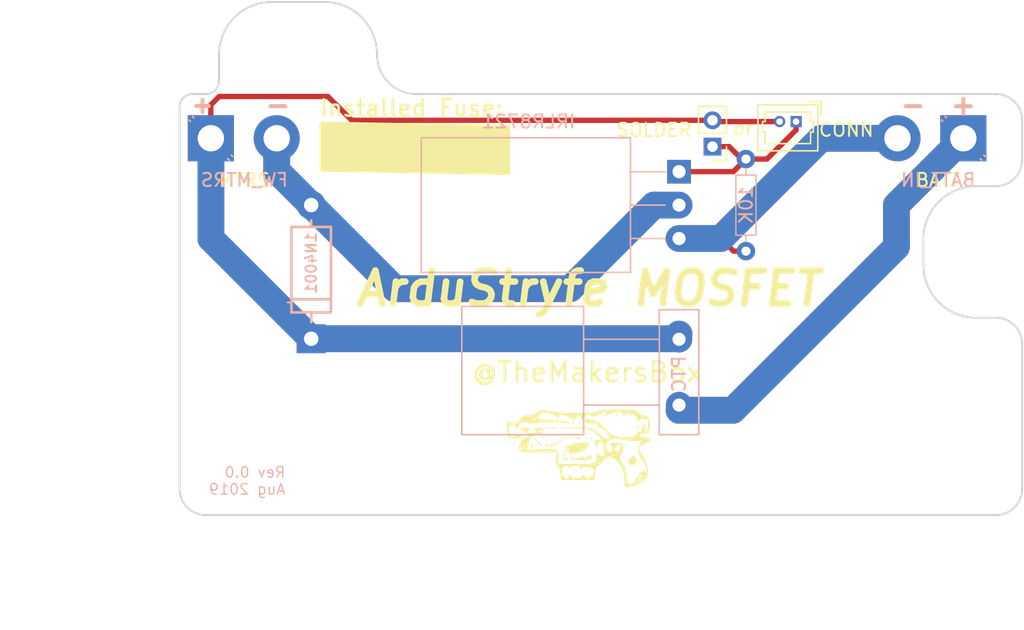
<source format=kicad_pcb>
(kicad_pcb (version 4) (host pcbnew 4.0.6)

  (general
    (links 12)
    (no_connects 0)
    (area 116.924999 75.924999 181.075001 115.075001)
    (thickness 1.6)
    (drawings 52)
    (tracks 61)
    (zones 0)
    (modules 11)
    (nets 6)
  )

  (page A4)
  (title_block
    (date "lun. 30 mars 2015")
  )

  (layers
    (0 F.Cu signal)
    (31 B.Cu signal)
    (32 B.Adhes user)
    (33 F.Adhes user)
    (34 B.Paste user)
    (35 F.Paste user)
    (36 B.SilkS user)
    (37 F.SilkS user)
    (38 B.Mask user)
    (39 F.Mask user)
    (40 Dwgs.User user)
    (41 Cmts.User user)
    (42 Eco1.User user)
    (43 Eco2.User user)
    (44 Edge.Cuts user)
    (45 Margin user)
    (46 B.CrtYd user)
    (47 F.CrtYd user)
    (48 B.Fab user hide)
    (49 F.Fab user hide)
  )

  (setup
    (last_trace_width 0.25)
    (user_trace_width 0.254)
    (user_trace_width 0.3048)
    (user_trace_width 0.4064)
    (user_trace_width 0.508)
    (user_trace_width 0.6096)
    (user_trace_width 0.9144)
    (user_trace_width 1.2)
    (user_trace_width 2.032)
    (trace_clearance 0.2)
    (zone_clearance 0.508)
    (zone_45_only no)
    (trace_min 0.2)
    (segment_width 0.15)
    (edge_width 0.15)
    (via_size 0.6)
    (via_drill 0.4)
    (via_min_size 0.4)
    (via_min_drill 0.3)
    (uvia_size 0.3)
    (uvia_drill 0.1)
    (uvias_allowed no)
    (uvia_min_size 0.2)
    (uvia_min_drill 0.1)
    (pcb_text_width 0.3)
    (pcb_text_size 1.5 1.5)
    (mod_edge_width 0.15)
    (mod_text_size 1 1)
    (mod_text_width 0.15)
    (pad_size 3.5 3.5)
    (pad_drill 2)
    (pad_to_mask_clearance 0)
    (aux_axis_origin 110.998 126.365)
    (visible_elements 7FFFFFEF)
    (pcbplotparams
      (layerselection 0x010f0_80000001)
      (usegerberextensions true)
      (excludeedgelayer true)
      (linewidth 0.100000)
      (plotframeref false)
      (viasonmask false)
      (mode 1)
      (useauxorigin false)
      (hpglpennumber 1)
      (hpglpenspeed 20)
      (hpglpendiameter 15)
      (hpglpenoverlay 2)
      (psnegative false)
      (psa4output false)
      (plotreference true)
      (plotvalue true)
      (plotinvisibletext false)
      (padsonsilk false)
      (subtractmaskfromsilk false)
      (outputformat 1)
      (mirror false)
      (drillshape 0)
      (scaleselection 1)
      (outputdirectory gerbers/))
  )

  (net 0 "")
  (net 1 GND)
  (net 2 "Net-(F1-Pad2)")
  (net 3 "Net-(D1-Pad2)")
  (net 4 "Net-(J1-Pad1)")
  (net 5 "Net-(D1-Pad1)")

  (net_class Default "This is the default net class."
    (clearance 0.2)
    (trace_width 0.25)
    (via_dia 0.6)
    (via_drill 0.4)
    (uvia_dia 0.3)
    (uvia_drill 0.1)
    (add_net GND)
    (add_net "Net-(D1-Pad1)")
    (add_net "Net-(D1-Pad2)")
    (add_net "Net-(F1-Pad2)")
    (add_net "Net-(J1-Pad1)")
  )

  (module footprints:Fuse_Littelfuse-LVR125 (layer B.Cu) (tedit 5D5DC9A2) (tstamp 5D001DA3)
    (at 154.94 104.14 270)
    (descr "Littelfuse, resettable fuse, PTC, polyswitch LVR125, Ih 1.25A, http://www.littelfuse.com/~/media/electronics/datasheets/resettable_ptcs/littelfuse_ptc_lvr_catalog_datasheet.pdf.pdf")
    (tags "LVR125 PTC resettable polyswitch ")
    (path /5CFFD544)
    (fp_text reference F1 (at -5 0 270) (layer B.SilkS) hide
      (effects (font (size 1 1) (thickness 0.15)) (justify mirror))
    )
    (fp_text value PTC (at 0.127 0 270) (layer B.SilkS)
      (effects (font (size 1 1) (thickness 0.15)) (justify mirror))
    )
    (fp_line (start 2.5 3.5) (end 2.5 7.25) (layer B.SilkS) (width 0.12))
    (fp_line (start -2.5 3.5) (end -2.5 7.25) (layer B.SilkS) (width 0.12))
    (fp_line (start -5 7.25) (end 4.75 7.25) (layer B.SilkS) (width 0.12))
    (fp_line (start 4.75 7.25) (end 4.75 16.5) (layer B.SilkS) (width 0.12))
    (fp_line (start 4.75 16.5) (end -5 16.5) (layer B.SilkS) (width 0.12))
    (fp_line (start -5 16.5) (end -5 7.25) (layer B.SilkS) (width 0.12))
    (fp_line (start 2.5 1.5) (end 2.5 3.5) (layer B.SilkS) (width 0.12))
    (fp_line (start -2.5 1.5) (end -2.5 3.5) (layer B.SilkS) (width 0.12))
    (fp_line (start -4.75 -1.5) (end 4.75 -1.5) (layer B.SilkS) (width 0.12))
    (fp_line (start 4.75 1.5) (end -4.75 1.5) (layer B.SilkS) (width 0.12))
    (fp_line (start -4.75 -1.5) (end -4.75 1.5) (layer B.SilkS) (width 0.12))
    (fp_line (start 4.75 1.5) (end 4.75 -1.5) (layer B.SilkS) (width 0.12))
    (fp_text user %R (at -5 0 270) (layer B.Fab)
      (effects (font (size 1 1) (thickness 0.15)) (justify mirror))
    )
    (pad 1 thru_hole circle (at -2.5 0 270) (size 2 2) (drill 1) (layers *.Cu *.Mask)
      (net 5 "Net-(D1-Pad1)"))
    (pad 2 thru_hole circle (at 2.5 0 270) (size 2 2) (drill 1) (layers *.Cu *.Mask)
      (net 2 "Net-(F1-Pad2)"))
    (model ${KISYS3DMOD}/Fuse_Holders_and_Fuses.3dshapes/Fuse_Littelfuse-LVR125.wrl
      (at (xyz 0 0 0))
      (scale (xyz 1 1 1))
      (rotate (xyz 0 0 0))
    )
  )

  (module Terminal_no_silk (layer B.Cu) (tedit 5D5DB0BA) (tstamp 5CFEEB59)
    (at 176.53 86.36 180)
    (descr "Terminal Block Phoenix PT-1,5-2-5.0-H, 2 pins, pitch 5mm, size 10x9mm^2, drill diamater 1.3mm, pad diameter 2.6mm, see http://www.mouser.com/ds/2/324/ItemDetail_1935161-922578.pdf, script-generated using https://github.com/pointhi/kicad-footprint-generator/scripts/TerminalBlock_Phoenix")
    (tags "THT Terminal Block Phoenix PT-1,5-2-5.0-H pitch 5mm size 10x9mm^2 drill 1.3mm pad 2.6mm")
    (path /5CE59139)
    (fp_text reference J2 (at 2 -3 180) (layer B.SilkS) hide
      (effects (font (size 1 1) (thickness 0.15)) (justify mirror))
    )
    (fp_text value BATT_IN (at 1.905 -3.175 180) (layer B.SilkS)
      (effects (font (size 1 1) (thickness 0.15)) (justify mirror))
    )
    (fp_circle (center 0 0) (end 2 0) (layer B.Fab) (width 0.1))
    (fp_circle (center 5 0) (end 7 0) (layer B.Fab) (width 0.1))
    (fp_line (start 1.517 1.273) (end -1.273 -1.517) (layer B.Fab) (width 0.1))
    (fp_line (start 1.273 1.517) (end -1.517 -1.273) (layer B.Fab) (width 0.1))
    (fp_line (start 1.654 1.388) (end 1.547 1.281) (layer B.SilkS) (width 0.12))
    (fp_line (start -1.282 -1.547) (end -1.388 -1.654) (layer B.SilkS) (width 0.12))
    (fp_line (start 1.388 1.654) (end 1.281 1.547) (layer B.SilkS) (width 0.12))
    (fp_line (start -1.548 -1.281) (end -1.654 -1.388) (layer B.SilkS) (width 0.12))
    (fp_line (start 6.517 1.273) (end 3.728 -1.517) (layer B.Fab) (width 0.1))
    (fp_line (start 6.273 1.517) (end 3.484 -1.273) (layer B.Fab) (width 0.1))
    (fp_line (start -3 4.5) (end -3 -5.5) (layer B.CrtYd) (width 0.05))
    (fp_line (start -3 -5.5) (end 8 -5.5) (layer B.CrtYd) (width 0.05))
    (fp_line (start 8 -5.5) (end 8 4.5) (layer B.CrtYd) (width 0.05))
    (fp_line (start 8 4.5) (end -3 4.5) (layer B.CrtYd) (width 0.05))
    (fp_text user %R (at 2.5 -2.9 180) (layer B.Fab)
      (effects (font (size 1 1) (thickness 0.15)) (justify mirror))
    )
    (pad 1 thru_hole rect (at 0 0 180) (size 3.5 3.5) (drill 2) (layers *.Cu *.Mask)
      (net 2 "Net-(F1-Pad2)"))
    (pad 2 thru_hole circle (at 5 0 180) (size 3.5 3.5) (drill 2) (layers *.Cu *.Mask)
      (net 1 GND))
    (model ${KISYS3DMOD}/TerminalBlock_Phoenix.3dshapes/TerminalBlock_Phoenix_PT-1,5-2-5.0-H_1x02_P5.00mm_Horizontal.wrl
      (at (xyz 0 0 0))
      (scale (xyz 1 1 1))
      (rotate (xyz 0 0 0))
    )
  )

  (module footprints:Molex_PicoBlade_53047-0210_02x1.25mm_Straight (layer F.Cu) (tedit 5D5DBEBC) (tstamp 5D10520B)
    (at 163.83 85.09 180)
    (descr "Molex PicoBlade, single row, top entry type, through hole, PN:53047-0210")
    (tags "connector molex picoblade")
    (path /5D105A3F)
    (fp_text reference J1 (at 0.625 2.5 180) (layer F.SilkS) hide
      (effects (font (size 1 1) (thickness 0.15)))
    )
    (fp_text value CONN (at -3.81 -0.635 180) (layer F.SilkS)
      (effects (font (size 1 1) (thickness 0.15)))
    )
    (fp_line (start -2 -2.55) (end -2 1.6) (layer F.CrtYd) (width 0.05))
    (fp_line (start -2 1.6) (end 3.25 1.6) (layer F.CrtYd) (width 0.05))
    (fp_line (start 3.25 1.6) (end 3.25 -2.55) (layer F.CrtYd) (width 0.05))
    (fp_line (start 3.25 -2.55) (end -2 -2.55) (layer F.CrtYd) (width 0.05))
    (fp_line (start -1.5 -2.075) (end -1.5 1.125) (layer F.Fab) (width 0.1))
    (fp_line (start -1.5 1.125) (end 2.75 1.125) (layer F.Fab) (width 0.1))
    (fp_line (start 2.75 1.125) (end 2.75 -2.075) (layer F.Fab) (width 0.1))
    (fp_line (start 2.75 -2.075) (end -1.5 -2.075) (layer F.Fab) (width 0.1))
    (fp_line (start -1.65 -2.225) (end -1.65 1.275) (layer F.SilkS) (width 0.12))
    (fp_line (start -1.65 1.275) (end 2.9 1.275) (layer F.SilkS) (width 0.12))
    (fp_line (start 2.9 1.275) (end 2.9 -2.225) (layer F.SilkS) (width 0.12))
    (fp_line (start 2.9 -2.225) (end -1.65 -2.225) (layer F.SilkS) (width 0.12))
    (fp_line (start 0.625 0.725) (end -1.1 0.725) (layer F.SilkS) (width 0.12))
    (fp_line (start -1.1 0.725) (end -1.1 0) (layer F.SilkS) (width 0.12))
    (fp_line (start -1.1 0) (end -1.3 0) (layer F.SilkS) (width 0.12))
    (fp_line (start -1.3 0) (end -1.3 -0.8) (layer F.SilkS) (width 0.12))
    (fp_line (start -1.3 -0.8) (end -1.1 -0.8) (layer F.SilkS) (width 0.12))
    (fp_line (start -1.1 -0.8) (end -1.1 -1.675) (layer F.SilkS) (width 0.12))
    (fp_line (start -1.1 -1.675) (end 0.625 -1.675) (layer F.SilkS) (width 0.12))
    (fp_line (start 0.625 0.725) (end 2.35 0.725) (layer F.SilkS) (width 0.12))
    (fp_line (start 2.35 0.725) (end 2.35 0) (layer F.SilkS) (width 0.12))
    (fp_line (start 2.35 0) (end 2.55 0) (layer F.SilkS) (width 0.12))
    (fp_line (start 2.55 0) (end 2.55 -0.8) (layer F.SilkS) (width 0.12))
    (fp_line (start 2.55 -0.8) (end 2.35 -0.8) (layer F.SilkS) (width 0.12))
    (fp_line (start 2.35 -0.8) (end 2.35 -1.675) (layer F.SilkS) (width 0.12))
    (fp_line (start 2.35 -1.675) (end 0.625 -1.675) (layer F.SilkS) (width 0.12))
    (fp_line (start -1.9 1.525) (end -1.9 0.525) (layer F.SilkS) (width 0.12))
    (fp_line (start -1.9 1.525) (end -0.9 1.525) (layer F.SilkS) (width 0.12))
    (fp_text user %R (at 0.625 -1.25 180) (layer F.Fab)
      (effects (font (size 1 1) (thickness 0.15)))
    )
    (pad 1 thru_hole rect (at 0 0 180) (size 0.85 0.85) (drill 0.5) (layers *.Cu *.Mask)
      (net 4 "Net-(J1-Pad1)"))
    (pad 2 thru_hole circle (at 1.25 0 180) (size 0.85 0.85) (drill 0.5) (layers *.Cu *.Mask)
      (net 5 "Net-(D1-Pad1)"))
    (model ${KISYS3DMOD}/Connectors_Molex.3dshapes/Molex_PicoBlade_53047-0210_02x1.25mm_Straight.wrl
      (at (xyz 0 0 0))
      (scale (xyz 1 1 1))
      (rotate (xyz 0 0 0))
    )
  )

  (module footprints:D_DO-41 (layer B.Cu) (tedit 5D4AF97D) (tstamp 5CE766AD)
    (at 127 101.6 90)
    (descr "D, DO-41_SOD81 series, Axial, Horizontal, pin pitch=10.16mm, , length*diameter=5.2*2.7mm^2, , http://www.diodes.com/_files/packages/DO-41%20(Plastic).pdf")
    (tags "D DO-41_SOD81 series Axial Horizontal pin pitch 10.16mm  length 5.2mm diameter 2.7mm")
    (path /5CDFABAB)
    (fp_text reference D1 (at 5.08 2.41 90) (layer B.SilkS) hide
      (effects (font (size 1 1) (thickness 0.15)) (justify mirror))
    )
    (fp_text value 1N4001 (at 5.75 0 90) (layer B.SilkS)
      (effects (font (size 0.8 0.8) (thickness 0.15)) (justify mirror))
    )
    (fp_line (start 2 0) (end 1.25 0) (layer B.SilkS) (width 0.2))
    (fp_line (start 8.5 0) (end 9 0) (layer B.SilkS) (width 0.2))
    (fp_line (start 3 1.5) (end 3 -1.5) (layer B.SilkS) (width 0.2))
    (fp_line (start 2 1.5) (end 2 -1.5) (layer B.SilkS) (width 0.2))
    (fp_line (start 2 -1.5) (end 8.5 -1.5) (layer B.SilkS) (width 0.2))
    (fp_line (start 8.5 -1.5) (end 8.5 1.5) (layer B.SilkS) (width 0.2))
    (fp_line (start 8.5 1.5) (end 2 1.5) (layer B.SilkS) (width 0.2))
    (fp_text user %R (at 5.08 0 90) (layer B.Fab)
      (effects (font (size 1 1) (thickness 0.15)) (justify mirror))
    )
    (fp_line (start -1.35 1.7) (end -1.35 -1.7) (layer B.CrtYd) (width 0.05))
    (fp_line (start -1.35 -1.7) (end 11.55 -1.7) (layer B.CrtYd) (width 0.05))
    (fp_line (start 11.55 -1.7) (end 11.55 1.7) (layer B.CrtYd) (width 0.05))
    (fp_line (start 11.55 1.7) (end -1.35 1.7) (layer B.CrtYd) (width 0.05))
    (pad 1 thru_hole rect (at 0 0 90) (size 2.2 2.2) (drill 1.1) (layers *.Cu *.Mask)
      (net 5 "Net-(D1-Pad1)"))
    (pad 2 thru_hole oval (at 10.16 0 90) (size 2.2 2.2) (drill 1.1) (layers *.Cu *.Mask)
      (net 3 "Net-(D1-Pad2)"))
    (model ${KISYS3DMOD}/Diodes_THT.3dshapes/D_DO-41_SOD81_P10.16mm_Horizontal.wrl
      (at (xyz 0 0 0))
      (scale (xyz 0.393701 0.393701 0.393701))
      (rotate (xyz 0 0 0))
    )
  )

  (module footprints:SolderWirePad_single_2-5mmDrill (layer F.Cu) (tedit 5D019315) (tstamp 5D019310)
    (at 167.998 90.365)
    (path /5CE78195)
    (fp_text reference J14 (at 0.052 -0.192) (layer F.SilkS) hide
      (effects (font (size 1 1) (thickness 0.15)))
    )
    (fp_text value NPTH (at 0 -0.254) (layer F.Fab)
      (effects (font (size 1 1) (thickness 0.15)))
    )
    (pad "" np_thru_hole circle (at 0 0) (size 3 3) (drill 3) (layers *.Cu *.Mask))
  )

  (module footprints:SolderWirePad_single_2-5mmDrill (layer F.Cu) (tedit 5D019313) (tstamp 5D019308)
    (at 126.998 80.365)
    (path /5CE78195)
    (fp_text reference J14 (at 0.052 -0.192) (layer F.SilkS) hide
      (effects (font (size 1 1) (thickness 0.15)))
    )
    (fp_text value NPTH (at 0 -0.254) (layer F.Fab)
      (effects (font (size 1 1) (thickness 0.15)))
    )
    (pad "" np_thru_hole circle (at 0 0) (size 3 3) (drill 3) (layers *.Cu *.Mask))
  )

  (module footprints:stryfe (layer F.Cu) (tedit 0) (tstamp 5D1F0CC3)
    (at 147.32 109.855)
    (fp_text reference G*** (at 0 0) (layer F.SilkS) hide
      (effects (font (thickness 0.3)))
    )
    (fp_text value LOGO (at 0.75 0) (layer F.SilkS) hide
      (effects (font (thickness 0.3)))
    )
    (fp_poly (pts (xy 3.91331 -2.886592) (xy 4.189848 -2.854299) (xy 4.356103 -2.793158) (xy 4.459915 -2.696887)
      (xy 4.476127 -2.67468) (xy 4.720944 -2.48501) (xy 5.020685 -2.392346) (xy 5.24413 -2.350483)
      (xy 5.35542 -2.244686) (xy 5.393517 -2.004868) (xy 5.3975 -1.7145) (xy 5.388845 -1.337641)
      (xy 5.334431 -1.144992) (xy 5.191579 -1.066782) (xy 4.98475 -1.039704) (xy 4.66579 -0.96871)
      (xy 4.585447 -0.869862) (xy 4.738696 -0.787107) (xy 5.0165 -0.762) (xy 5.345259 -0.720691)
      (xy 5.460196 -0.58885) (xy 5.461 -0.5715) (xy 5.366566 -0.402966) (xy 5.284569 -0.381)
      (xy 5.063812 -0.305971) (xy 4.813168 -0.142148) (xy 4.518198 0.096704) (xy 4.88283 0.6477)
      (xy 5.145631 1.177237) (xy 5.261388 1.710533) (xy 5.224071 2.180157) (xy 5.048402 2.498967)
      (xy 4.792284 2.66609) (xy 4.396271 2.840427) (xy 3.969784 2.980637) (xy 3.622243 3.045379)
      (xy 3.600315 3.046072) (xy 3.506991 2.928131) (xy 3.471565 2.590349) (xy 3.473315 2.44475)
      (xy 3.407371 1.896231) (xy 3.200546 1.399173) (xy 2.892284 1.011951) (xy 2.522025 0.792936)
      (xy 2.338135 0.764711) (xy 2.009396 0.825632) (xy 1.814199 1.05177) (xy 1.801108 1.0795)
      (xy 1.633224 1.314116) (xy 1.470524 1.397) (xy 1.331228 1.503152) (xy 1.254603 1.834406)
      (xy 1.245552 1.93675) (xy 1.2065 2.4765) (xy -1.3335 2.4765) (xy -1.372359 2.032)
      (xy -1.44055 1.741279) (xy -1.275297 1.741279) (xy -1.224856 2.034482) (xy -1.11125 2.223029)
      (xy -0.901082 2.392668) (xy -0.781655 2.333872) (xy -0.760056 2.19075) (xy -0.736492 2.047969)
      (xy -0.64705 2.143932) (xy -0.645136 2.146948) (xy -0.453716 2.28954) (xy -0.17593 2.350852)
      (xy 0.089907 2.328332) (xy 0.245478 2.219429) (xy 0.255944 2.170332) (xy 0.293429 2.05478)
      (xy 0.351194 2.108207) (xy 0.589714 2.296255) (xy 0.853649 2.283201) (xy 1.064191 2.099574)
      (xy 1.143 1.801485) (xy 1.065063 1.606288) (xy 0.797122 1.502294) (xy 0.73025 1.491103)
      (xy 0.413253 1.487734) (xy 0.226369 1.568774) (xy 0.224194 1.571938) (xy 0.14305 1.637919)
      (xy 0.128944 1.55575) (xy 0.015479 1.440615) (xy -0.254 1.397) (xy -0.529925 1.443626)
      (xy -0.645027 1.55575) (xy -0.670555 1.649337) (xy -0.71911 1.55575) (xy -0.884144 1.422589)
      (xy -1.026584 1.397) (xy -1.206083 1.498308) (xy -1.275297 1.741279) (xy -1.44055 1.741279)
      (xy -1.453326 1.686814) (xy -1.598002 1.445496) (xy -1.612038 1.433754) (xy -1.748123 1.221862)
      (xy -1.744879 0.862383) (xy -1.739914 0.830504) (xy -1.66697 0.381) (xy -3.119485 0.381)
      (xy -3.74701 0.377669) (xy -4.16322 0.363118) (xy -4.410763 0.330512) (xy -4.532285 0.273014)
      (xy -4.570435 0.183788) (xy -4.572001 0.148166) (xy -4.568038 0.127) (xy -4.445 0.127)
      (xy -4.40167 0.250698) (xy -4.388996 0.254) (xy -4.280567 0.165006) (xy -4.2545 0.127)
      (xy -4.26457 0.009971) (xy -4.310505 0) (xy -4.439832 0.09219) (xy -4.445 0.127)
      (xy -4.568038 0.127) (xy -4.525802 -0.098564) (xy -4.47837 -0.178297) (xy -4.473195 -0.1905)
      (xy -4.191 -0.1905) (xy -4.1275 -0.127) (xy -4.064 -0.1905) (xy -4.1275 -0.254)
      (xy -4.191 -0.1905) (xy -4.473195 -0.1905) (xy -4.394536 -0.375976) (xy -4.38312 -0.485214)
      (xy -4.306528 -0.651325) (xy -4.22275 -0.66675) (xy -4.077188 -0.718612) (xy -4.064 -0.769496)
      (xy -3.986196 -0.845345) (xy -3.937 -0.8255) (xy -3.817545 -0.787671) (xy -3.851599 -0.894178)
      (xy -4.022414 -1.100866) (xy -4.053417 -1.132417) (xy -4.254675 -1.28652) (xy -4.370917 -1.30175)
      (xy -4.441883 -1.318376) (xy -4.445 -1.350434) (xy -4.333534 -1.432356) (xy -4.06027 -1.472408)
      (xy -4.010964 -1.4732) (xy -3.737757 -1.461386) (xy -3.68384 -1.409399) (xy -3.788714 -1.31214)
      (xy -3.926961 -1.195202) (xy -3.905645 -1.133492) (xy -3.686492 -1.09235) (xy -3.52425 -1.072629)
      (xy -3.242714 -1.080229) (xy -3.189367 -1.193607) (xy -3.246294 -1.27) (xy -2.9845 -1.27)
      (xy -2.974431 -1.152972) (xy -2.928496 -1.143) (xy -2.799169 -1.235191) (xy -2.794 -1.27)
      (xy -2.837331 -1.393699) (xy -2.850005 -1.397) (xy -2.958434 -1.308007) (xy -2.9845 -1.27)
      (xy -3.246294 -1.27) (xy -3.306234 -1.350434) (xy -3.319186 -1.446139) (xy -3.095632 -1.481269)
      (xy -3.052234 -1.481667) (xy -2.766929 -1.439293) (xy -2.669023 -1.289715) (xy -2.667 -1.248834)
      (xy -2.766294 -1.052523) (xy -2.921 -1.016) (xy -3.127474 -0.969682) (xy -3.175001 -0.905544)
      (xy -3.282167 -0.825178) (xy -3.460751 -0.810294) (xy -3.697979 -0.74872) (xy -3.763314 -0.5715)
      (xy -3.837801 -0.102116) (xy -3.988392 0.145932) (xy -3.994206 0.150227) (xy -3.961984 0.191131)
      (xy -3.737578 0.190779) (xy -3.613206 0.17879) (xy -3.067303 0.14107) (xy -2.997606 0.140106)
      (xy -3.048 0.1905) (xy -2.9845 0.254) (xy -2.921 0.1905) (xy -2.971751 0.139749)
      (xy -2.423446 0.132167) (xy -1.836206 0.15356) (xy -1.74625 0.160944) (xy -1.564846 0.252733)
      (xy -1.496867 0.517938) (xy -1.494333 0.635) (xy -1.527518 0.793016) (xy -1.581431 0.98425)
      (xy -1.610982 1.106923) (xy -1.583792 1.188242) (xy -1.459136 1.236708) (xy -1.196288 1.260822)
      (xy -0.754524 1.269086) (xy -0.212646 1.27) (xy 0.453199 1.265251) (xy 0.903714 1.239169)
      (xy 1.129905 1.185333) (xy 1.439333 1.185333) (xy 1.456766 1.260834) (xy 1.524 1.27)
      (xy 1.628535 1.223532) (xy 1.608666 1.185333) (xy 1.457947 1.170133) (xy 1.439333 1.185333)
      (xy 1.129905 1.185333) (xy 1.177542 1.173995) (xy 1.313325 1.051972) (xy 1.349709 0.855344)
      (xy 1.325337 0.566354) (xy 1.32498 0.56345) (xy 1.312062 0.371232) (xy 1.341047 0.39379)
      (xy 1.347672 0.414304) (xy 1.455587 0.567322) (xy 1.533611 0.565559) (xy 1.643671 0.582768)
      (xy 1.651 0.623518) (xy 1.74125 0.705843) (xy 1.812858 0.691917) (xy 1.887391 0.5715)
      (xy 2.54 0.5715) (xy 2.6035 0.635) (xy 2.667 0.5715) (xy 2.6035 0.508)
      (xy 2.54 0.5715) (xy 1.887391 0.5715) (xy 1.921076 0.517078) (xy 1.926628 0.125552)
      (xy 1.926518 0.124403) (xy 1.897724 -0.039378) (xy 2.082601 -0.039378) (xy 2.156404 0.236687)
      (xy 2.304933 0.370208) (xy 2.456178 0.342056) (xy 2.517338 0.186114) (xy 2.727368 0.186114)
      (xy 2.852176 0.313121) (xy 2.947342 0.326571) (xy 3.128671 0.25849) (xy 3.131085 0.099785)
      (xy 3.14169 -0.08737) (xy 3.208056 -0.127) (xy 3.292357 -0.171123) (xy 3.278105 -0.193229)
      (xy 3.122182 -0.205775) (xy 2.971188 -0.161479) (xy 2.768508 -0.002153) (xy 2.727368 0.186114)
      (xy 2.517338 0.186114) (xy 2.538129 0.133103) (xy 2.54 0.082124) (xy 2.456457 -0.201058)
      (xy 2.31775 -0.297643) (xy 2.301365 -0.328484) (xy 2.494562 -0.341951) (xy 2.7305 -0.338705)
      (xy 3.110426 -0.313816) (xy 3.305541 -0.248295) (xy 3.38499 -0.106237) (xy 3.40367 0.01087)
      (xy 3.364946 0.318322) (xy 3.251804 0.496958) (xy 3.130099 0.681441) (xy 3.176321 0.954919)
      (xy 3.189828 0.991502) (xy 3.325654 1.265672) (xy 3.444072 1.406315) (xy 3.525597 1.566699)
      (xy 3.602681 1.897838) (xy 3.643328 2.192317) (xy 3.690532 2.591206) (xy 3.746933 2.786486)
      (xy 3.84484 2.827496) (xy 4.016559 2.763574) (xy 4.017201 2.763282) (xy 4.244841 2.612748)
      (xy 4.260381 2.587599) (xy 4.479078 2.587599) (xy 4.481898 2.650719) (xy 4.628004 2.667)
      (xy 4.839203 2.597251) (xy 4.88218 2.551843) (xy 4.841543 2.48694) (xy 4.699175 2.503156)
      (xy 4.479078 2.587599) (xy 4.260381 2.587599) (xy 4.322013 2.487864) (xy 4.371107 2.379118)
      (xy 4.492646 2.379118) (xy 4.548954 2.413) (xy 4.735094 2.319534) (xy 4.767722 2.27755)
      (xy 4.783551 2.2225) (xy 4.953 2.2225) (xy 5.0165 2.286) (xy 5.08 2.2225)
      (xy 5.0165 2.159) (xy 4.953 2.2225) (xy 4.783551 2.2225) (xy 4.815262 2.11222)
      (xy 4.716706 2.098655) (xy 4.574547 2.21943) (xy 4.492646 2.379118) (xy 4.371107 2.379118)
      (xy 4.402401 2.309803) (xy 4.596257 2.044) (xy 4.65108 1.97972) (xy 4.877337 1.753459)
      (xy 5.015408 1.714829) (xy 5.089622 1.78922) (xy 5.187713 1.907316) (xy 5.186206 1.79809)
      (xy 5.085465 1.467724) (xy 5.067576 1.415951) (xy 4.949255 1.144694) (xy 4.846925 1.017363)
      (xy 4.839089 1.016) (xy 4.742922 0.908956) (xy 4.616802 0.643805) (xy 4.587021 0.565219)
      (xy 4.49292 0.228819) (xy 4.523391 -0.010135) (xy 4.619398 -0.183751) (xy 4.733271 -0.379327)
      (xy 4.694775 -0.462931) (xy 4.459733 -0.482639) (xy 4.34414 -0.483279) (xy 3.932572 -0.506988)
      (xy 3.429705 -0.5655) (xy 3.203159 -0.601) (xy 2.644625 -0.6461) (xy 2.284355 -0.546113)
      (xy 2.106971 -0.293331) (xy 2.082601 -0.039378) (xy 1.897724 -0.039378) (xy 1.867142 -0.213319)
      (xy 1.751511 -0.359495) (xy 1.630165 -0.381) (xy 1.460719 -0.333208) (xy 1.455076 -0.262776)
      (xy 1.43915 -0.099666) (xy 1.399071 -0.064781) (xy 1.280296 -0.06704) (xy 1.27 -0.109118)
      (xy 1.227817 -0.328508) (xy 1.190436 -0.440565) (xy 1.1738 -0.577361) (xy 1.315511 -0.594184)
      (xy 1.476186 -0.561206) (xy 1.8415 -0.474508) (xy 1.40834 -0.931108) (xy 1.186995 -1.152632)
      (xy 0.990296 -1.290251) (xy 0.747401 -1.367143) (xy 0.38747 -1.406484) (xy -0.11566 -1.429738)
      (xy -1.2065 -1.471769) (xy -0.095545 -1.497885) (xy 0.439952 -1.507013) (xy 0.792166 -1.491353)
      (xy 1.031741 -1.432223) (xy 1.22932 -1.310944) (xy 1.455548 -1.108835) (xy 1.486664 -1.079501)
      (xy 1.87858 -0.755698) (xy 2.153136 -0.640562) (xy 2.327466 -0.727289) (xy 2.337063 -0.741877)
      (xy 2.29933 -0.886359) (xy 2.12708 -1.106432) (xy 1.889272 -1.336942) (xy 1.654864 -1.512731)
      (xy 1.492817 -1.568644) (xy 1.473316 -1.557984) (xy 1.410531 -1.565769) (xy 1.418166 -1.651001)
      (xy 1.385276 -1.775468) (xy 1.180573 -1.827814) (xy 0.938417 -1.831845) (xy 0.609207 -1.84169)
      (xy 0.474728 -1.906546) (xy 0.477129 -2.054657) (xy 0.477679 -2.056771) (xy 0.564829 -2.213227)
      (xy 0.712394 -2.147469) (xy 0.960887 -2.059954) (xy 1.078737 -2.077634) (xy 1.283171 -2.028611)
      (xy 1.621513 -1.789329) (xy 1.98911 -1.456843) (xy 2.357583 -1.108319) (xy 2.623256 -0.901566)
      (xy 2.863776 -0.799591) (xy 3.156792 -0.765406) (xy 3.447679 -0.762001) (xy 3.900723 -0.780192)
      (xy 4.170327 -0.847169) (xy 4.32525 -0.981537) (xy 4.339559 -1.003329) (xy 4.523052 -1.168587)
      (xy 4.658135 -1.180241) (xy 4.790655 -1.225089) (xy 4.826 -1.446913) (xy 4.869664 -1.69198)
      (xy 4.958567 -1.778001) (xy 5.068153 -1.680489) (xy 5.070519 -1.619251) (xy 5.061299 -1.344449)
      (xy 5.064952 -1.280584) (xy 5.107146 -1.147523) (xy 5.175976 -1.217809) (xy 5.247524 -1.445867)
      (xy 5.290545 -1.710388) (xy 5.306193 -2.009184) (xy 5.22585 -2.133356) (xy 4.994608 -2.158936)
      (xy 4.966574 -2.159) (xy 4.679046 -2.110531) (xy 4.529109 -2.00025) (xy 4.476772 -1.975633)
      (xy 4.455026 -2.113663) (xy 4.353045 -2.365788) (xy 4.134995 -2.50103) (xy 3.925539 -2.469417)
      (xy 3.820745 -2.497403) (xy 3.81 -2.557905) (xy 3.772897 -2.652503) (xy 3.657599 -2.5654)
      (xy 3.474385 -2.436435) (xy 3.352267 -2.428372) (xy 3.369426 -2.546353) (xy 3.369483 -2.546446)
      (xy 3.31614 -2.629718) (xy 3.023627 -2.654844) (xy 2.868978 -2.649715) (xy 2.524031 -2.611707)
      (xy 2.314874 -2.549794) (xy 2.286 -2.516269) (xy 2.181011 -2.429568) (xy 2.06375 -2.414945)
      (xy 1.916684 -2.43592) (xy 2.007672 -2.524091) (xy 2.032 -2.54) (xy 2.131738 -2.63264)
      (xy 2.005601 -2.663644) (xy 1.93675 -2.665056) (xy 1.713688 -2.623957) (xy 1.651 -2.553895)
      (xy 1.539482 -2.465501) (xy 1.265975 -2.396603) (xy 1.215408 -2.389937) (xy 0.945306 -2.381339)
      (xy 0.837506 -2.425305) (xy 0.841903 -2.439542) (xy 0.810304 -2.534597) (xy 0.770571 -2.540001)
      (xy 0.605962 -2.443634) (xy 0.478526 -2.286001) (xy 0.310482 -2.088769) (xy 0.180602 -2.038973)
      (xy 0.150648 -2.149445) (xy 0.172926 -2.2225) (xy 0.164559 -2.379074) (xy 0.020151 -2.402292)
      (xy -0.181455 -2.294224) (xy -0.263518 -2.211032) (xy -0.41552 -2.078842) (xy -0.540715 -2.15816)
      (xy -0.564819 -2.189626) (xy -0.776994 -2.339478) (xy -0.806496 -2.3495) (xy -0.508 -2.3495)
      (xy -0.4445 -2.286) (xy -0.381 -2.3495) (xy -0.4445 -2.413) (xy -0.508 -2.3495)
      (xy -0.806496 -2.3495) (xy -1.103242 -2.450305) (xy -1.11125 -2.451919) (xy -1.3985 -2.484306)
      (xy -1.513639 -2.40992) (xy -1.52804 -2.314575) (xy -1.547783 -2.165874) (xy -1.6354 -2.232845)
      (xy -1.688975 -2.301593) (xy -1.907676 -2.45137) (xy -2.262007 -2.573631) (xy -2.383436 -2.598506)
      (xy -2.724572 -2.640754) (xy -2.882804 -2.605023) (xy -2.921 -2.480168) (xy -2.983854 -2.341814)
      (xy -3.064476 -2.359683) (xy -3.161525 -2.35869) (xy -3.14901 -2.271928) (xy -3.034798 -2.174472)
      (xy -2.747374 -2.112736) (xy -2.251879 -2.08042) (xy -2.062978 -2.075626) (xy -1.549407 -2.048455)
      (xy -1.113994 -1.994365) (xy -0.835925 -1.923943) (xy -0.803694 -1.907287) (xy -0.663484 -1.806173)
      (xy -0.740673 -1.811235) (xy -0.782999 -1.8238) (xy -1.054929 -1.866979) (xy -1.489235 -1.895038)
      (xy -2.00816 -1.907674) (xy -2.533947 -1.904585) (xy -2.98884 -1.885468) (xy -3.295081 -1.850019)
      (xy -3.352478 -1.83381) (xy -3.644928 -1.80535) (xy -3.945297 -1.869257) (xy -4.300607 -1.921252)
      (xy -4.518203 -1.772389) (xy -4.57604 -1.53035) (xy -4.606055 -1.418603) (xy -4.714876 -1.513131)
      (xy -4.760438 -1.571679) (xy -4.990216 -1.750429) (xy -5.1895 -1.707693) (xy -5.304692 -1.47493)
      (xy -5.310362 -1.248904) (xy -5.219695 -0.907441) (xy -5.04839 -0.794272) (xy -4.813613 -0.919901)
      (xy -4.797838 -0.935306) (xy -4.557849 -1.048073) (xy -4.434909 -1.009764) (xy -4.32745 -0.867133)
      (xy -4.423899 -0.74029) (xy -4.674724 -0.661929) (xy -4.968601 -0.6575) (xy -5.226106 -0.697011)
      (xy -5.358014 -0.798369) (xy -5.414703 -1.032483) (xy -5.436813 -1.316528) (xy -5.476125 -1.934555)
      (xy -5.032386 -1.882751) (xy -4.709025 -1.87797) (xy -4.565294 -1.9685) (xy -3.81 -1.9685)
      (xy -3.7465 -1.905) (xy -3.683 -1.9685) (xy -3.7465 -2.032) (xy -3.81 -1.9685)
      (xy -4.565294 -1.9685) (xy -4.53025 -1.990572) (xy -4.456047 -2.121974) (xy -4.422067 -2.159)
      (xy -3.4925 -2.159) (xy -3.482431 -2.041972) (xy -3.436496 -2.032) (xy -3.307169 -2.124191)
      (xy -3.302 -2.159) (xy -3.345331 -2.282699) (xy -3.358005 -2.286) (xy -3.466434 -2.197007)
      (xy -3.4925 -2.159) (xy -4.422067 -2.159) (xy -4.247238 -2.3495) (xy -3.683 -2.3495)
      (xy -3.6195 -2.286) (xy -3.556 -2.3495) (xy -3.6195 -2.413) (xy -3.683 -2.3495)
      (xy -4.247238 -2.3495) (xy -4.232997 -2.365017) (xy -4.034973 -2.422717) (xy -3.543557 -2.475217)
      (xy -3.201337 -2.613243) (xy -3.040102 -2.737648) (xy -2.822613 -2.877863) (xy -2.580258 -2.857728)
      (xy -2.437632 -2.804203) (xy -2.161694 -2.737024) (xy -1.722666 -2.682186) (xy -1.175536 -2.640948)
      (xy -0.575288 -2.614573) (xy 0.023091 -2.604321) (xy 0.564615 -2.611453) (xy 0.994299 -2.637231)
      (xy 1.257157 -2.682916) (xy 1.311215 -2.718224) (xy 1.471012 -2.794872) (xy 1.882212 -2.849929)
      (xy 2.543123 -2.883207) (xy 2.838026 -2.889756) (xy 3.47865 -2.896317) (xy 3.91331 -2.886592)) (layer F.SilkS) (width 0.01))
    (fp_poly (pts (xy -1.08438 0.663633) (xy -1.085564 0.66675) (xy -1.083491 0.850718) (xy -0.961474 0.881422)
      (xy -0.845609 0.758825) (xy -0.804587 0.727443) (xy -0.811213 0.782637) (xy -0.934257 0.959049)
      (xy -1.122335 0.965896) (xy -1.209196 0.884638) (xy -1.211016 0.68282) (xy -1.149811 0.592184)
      (xy -1.051118 0.523483) (xy -1.08438 0.663633)) (layer F.SilkS) (width 0.01))
    (fp_poly (pts (xy 0.945831 0.62421) (xy 0.984832 0.812199) (xy 0.959173 0.86116) (xy 0.776797 0.924958)
      (xy 0.444474 0.961791) (xy 0.05333 0.970895) (xy -0.305509 0.951506) (xy -0.540916 0.902861)
      (xy -0.580731 0.874064) (xy -0.604351 0.699972) (xy -0.584218 0.668883) (xy -0.513882 0.689794)
      (xy -0.508 0.740833) (xy -0.401843 0.861127) (xy -0.254 0.889) (xy -0.046938 0.822624)
      (xy 0.001944 0.73025) (xy 0.04585 0.664138) (xy 0.127 0.762) (xy 0.226542 0.888438)
      (xy 0.253144 0.793535) (xy 0.254 0.762) (xy 0.274326 0.635708) (xy 0.359433 0.732402)
      (xy 0.37793 0.761381) (xy 0.490423 0.875442) (xy 0.616194 0.786113) (xy 0.634633 0.762)
      (xy 0.762 0.762) (xy 0.808467 0.866535) (xy 0.846666 0.846666) (xy 0.861866 0.695947)
      (xy 0.846666 0.677333) (xy 0.771165 0.694766) (xy 0.762 0.762) (xy 0.634633 0.762)
      (xy 0.674099 0.710392) (xy 0.834706 0.558127) (xy 0.945831 0.62421)) (layer F.SilkS) (width 0.01))
    (fp_poly (pts (xy 0.614134 -0.330291) (xy 0.776818 -0.282114) (xy 0.785509 -0.179531) (xy 0.751119 -0.10667)
      (xy 0.522025 0.158805) (xy 0.136019 0.344027) (xy -0.297298 0.449089) (xy -0.607839 0.493269)
      (xy -0.734801 0.453187) (xy -0.740549 0.308041) (xy -0.73946 0.301611) (xy -0.770865 0.118156)
      (xy -0.85725 0.09525) (xy -0.95451 0.0635) (xy 0 0.0635) (xy 0.0635 0.127)
      (xy 0.127 0.0635) (xy 0.0635 0) (xy 0 0.0635) (xy -0.95451 0.0635)
      (xy -1.002942 0.04769) (xy -1.016 0) (xy -0.909967 -0.104209) (xy -0.769496 -0.127)
      (xy -0.529588 -0.180613) (xy -0.517304 -0.1905) (xy -0.254 -0.1905) (xy -0.1905 -0.127)
      (xy -0.127 -0.1905) (xy 0.508 -0.1905) (xy 0.5715 -0.127) (xy 0.635 -0.1905)
      (xy 0.5715 -0.254) (xy 0.508 -0.1905) (xy -0.127 -0.1905) (xy -0.1905 -0.254)
      (xy -0.254 -0.1905) (xy -0.517304 -0.1905) (xy -0.450529 -0.244245) (xy -0.291641 -0.309753)
      (xy 0.0321 -0.345643) (xy 0.247496 -0.348004) (xy 0.614134 -0.330291)) (layer F.SilkS) (width 0.01))
    (fp_poly (pts (xy -0.8264 0.255454) (xy -0.962234 0.360733) (xy -1.107802 0.3784) (xy -1.143 0.331087)
      (xy -1.043381 0.249522) (xy -0.945904 0.205542) (xy -0.814805 0.196666) (xy -0.8264 0.255454)) (layer F.SilkS) (width 0.01))
    (fp_poly (pts (xy -3.432691 -0.157357) (xy -3.429 -0.127) (xy -3.525644 -0.003691) (xy -3.556 0)
      (xy -3.67931 -0.096644) (xy -3.683 -0.127) (xy -3.586357 -0.25031) (xy -3.556 -0.254)
      (xy -3.432691 -0.157357)) (layer F.SilkS) (width 0.01))
    (fp_poly (pts (xy -1.466328 -0.399176) (xy -1.86712 -0.118057) (xy -2.300484 -0.084741) (xy -2.4765 -0.14063)
      (xy -2.595114 -0.206917) (xy -2.488979 -0.216924) (xy -2.320285 -0.19954) (xy -1.83079 -0.258635)
      (xy -1.558285 -0.412954) (xy -1.2065 -0.675951) (xy -1.466328 -0.399176)) (layer F.SilkS) (width 0.01))
    (fp_poly (pts (xy -3.175 -0.1905) (xy -3.2385 -0.127) (xy -3.302 -0.1905) (xy -3.2385 -0.254)
      (xy -3.175 -0.1905)) (layer F.SilkS) (width 0.01))
    (fp_poly (pts (xy -3.07975 -0.456567) (xy -2.83978 -0.231392) (xy -2.805135 -0.133319) (xy -2.837817 -0.127)
      (xy -2.941535 -0.212646) (xy -3.123567 -0.41275) (xy -3.3655 -0.6985) (xy -3.07975 -0.456567)) (layer F.SilkS) (width 0.01))
    (fp_poly (pts (xy -0.931334 -0.719667) (xy -0.948767 -0.644166) (xy -1.016 -0.635) (xy -1.120536 -0.681468)
      (xy -1.100667 -0.719667) (xy -0.949948 -0.734867) (xy -0.931334 -0.719667)) (layer F.SilkS) (width 0.01))
    (fp_poly (pts (xy -0.635 -0.6985) (xy -0.6985 -0.635) (xy -0.762 -0.6985) (xy -0.6985 -0.762)
      (xy -0.635 -0.6985)) (layer F.SilkS) (width 0.01))
    (fp_poly (pts (xy 0.161167 -0.718304) (xy 0.165388 -0.676612) (xy -0.033425 -0.659585) (xy -0.0635 -0.659759)
      (xy -0.260472 -0.678072) (xy -0.241669 -0.716726) (xy -0.219833 -0.72301) (xy 0.056812 -0.741603)
      (xy 0.161167 -0.718304)) (layer F.SilkS) (width 0.01))
    (fp_poly (pts (xy 0.635 -0.6985) (xy 0.5715 -0.635) (xy 0.508 -0.6985) (xy 0.5715 -0.762)
      (xy 0.635 -0.6985)) (layer F.SilkS) (width 0.01))
    (fp_poly (pts (xy 1.016 -0.6985) (xy 0.9525 -0.635) (xy 0.889 -0.6985) (xy 0.9525 -0.762)
      (xy 1.016 -0.6985)) (layer F.SilkS) (width 0.01))
    (fp_poly (pts (xy -2.413 -1.4605) (xy -2.4765 -1.397) (xy -2.54 -1.4605) (xy -2.4765 -1.524)
      (xy -2.413 -1.4605)) (layer F.SilkS) (width 0.01))
    (fp_poly (pts (xy -2.159 -1.4605) (xy -2.2225 -1.397) (xy -2.286 -1.4605) (xy -2.2225 -1.524)
      (xy -2.159 -1.4605)) (layer F.SilkS) (width 0.01))
    (fp_poly (pts (xy -1.685396 -1.47373) (xy -1.723273 -1.416007) (xy -1.852084 -1.407027) (xy -1.987597 -1.438043)
      (xy -1.928813 -1.483756) (xy -1.730327 -1.498896) (xy -1.685396 -1.47373)) (layer F.SilkS) (width 0.01))
    (fp_poly (pts (xy -1.27 -1.4605) (xy -1.3335 -1.397) (xy -1.397 -1.4605) (xy -1.3335 -1.524)
      (xy -1.27 -1.4605)) (layer F.SilkS) (width 0.01))
    (fp_poly (pts (xy 4.531755 -1.674813) (xy 4.546895 -1.476327) (xy 4.521729 -1.431396) (xy 4.464006 -1.469273)
      (xy 4.455026 -1.598084) (xy 4.486042 -1.733597) (xy 4.531755 -1.674813)) (layer F.SilkS) (width 0.01))
    (fp_poly (pts (xy -0.381 -1.8415) (xy -0.4445 -1.778) (xy -0.508 -1.8415) (xy -0.4445 -1.905)
      (xy -0.381 -1.8415)) (layer F.SilkS) (width 0.01))
    (fp_poly (pts (xy 0.127 -1.8415) (xy 0.0635 -1.778) (xy 0 -1.8415) (xy 0.0635 -1.905)
      (xy 0.127 -1.8415)) (layer F.SilkS) (width 0.01))
    (fp_poly (pts (xy -0.042334 -2.243667) (xy -0.027134 -2.092948) (xy -0.042334 -2.074334) (xy -0.117835 -2.091767)
      (xy -0.127 -2.159) (xy -0.080533 -2.263536) (xy -0.042334 -2.243667)) (layer F.SilkS) (width 0.01))
    (fp_poly (pts (xy 3.005666 -2.497667) (xy 2.988233 -2.422166) (xy 2.921 -2.413) (xy 2.816464 -2.459468)
      (xy 2.836333 -2.497667) (xy 2.987052 -2.512867) (xy 3.005666 -2.497667)) (layer F.SilkS) (width 0.01))
    (fp_poly (pts (xy 4.304992 0.74629) (xy 4.318 0.832995) (xy 4.379568 0.964447) (xy 4.445 0.9525)
      (xy 4.563584 0.914721) (xy 4.524904 1.021047) (xy 4.372428 1.197428) (xy 4.151726 1.370309)
      (xy 3.95478 1.355122) (xy 3.828637 1.284206) (xy 3.722628 1.144236) (xy 3.796739 0.913833)
      (xy 3.801356 0.905151) (xy 3.983568 0.698638) (xy 4.178657 0.641884) (xy 4.304992 0.74629)) (layer F.SilkS) (width 0.01))
    (fp_poly (pts (xy 4.699 1.2065) (xy 4.6355 1.27) (xy 4.572 1.2065) (xy 4.6355 1.143)
      (xy 4.699 1.2065)) (layer F.SilkS) (width 0.01))
  )

  (module footprints:TO-220-3_Horizontal (layer B.Cu) (tedit 5D5DB40B) (tstamp 5D5DB668)
    (at 154.94 88.9 270)
    (descr "TO-220-3, Horizontal, RM 2.54mm")
    (tags "TO-220-3 Horizontal RM 2.54mm")
    (path /5CDFA006)
    (fp_text reference Q1 (at 2.54 20.58 270) (layer B.SilkS) hide
      (effects (font (size 1 1) (thickness 0.15)) (justify mirror))
    )
    (fp_text value IRLR8721 (at -3.81 11.43 360) (layer B.SilkS)
      (effects (font (size 1 1) (thickness 0.15)) (justify mirror))
    )
    (fp_text user %R (at 2.54 20.58 270) (layer B.Fab)
      (effects (font (size 1 1) (thickness 0.15)) (justify mirror))
    )
    (fp_line (start -2.46 13.06) (end -2.46 19.46) (layer B.Fab) (width 0.1))
    (fp_line (start -2.46 19.46) (end 7.54 19.46) (layer B.Fab) (width 0.1))
    (fp_line (start 7.54 19.46) (end 7.54 13.06) (layer B.Fab) (width 0.1))
    (fp_line (start 7.54 13.06) (end -2.46 13.06) (layer B.Fab) (width 0.1))
    (fp_line (start -2.46 3.81) (end -2.46 13.06) (layer B.Fab) (width 0.1))
    (fp_line (start -2.46 13.06) (end 7.54 13.06) (layer B.Fab) (width 0.1))
    (fp_line (start 7.54 13.06) (end 7.54 3.81) (layer B.Fab) (width 0.1))
    (fp_line (start 7.54 3.81) (end -2.46 3.81) (layer B.Fab) (width 0.1))
    (fp_line (start 0 3.81) (end 0 0) (layer B.Fab) (width 0.1))
    (fp_line (start 2.54 3.81) (end 2.54 0) (layer B.Fab) (width 0.1))
    (fp_line (start 5.08 3.81) (end 5.08 0) (layer B.Fab) (width 0.1))
    (fp_line (start -2.58 3.69) (end 7.66 3.69) (layer B.SilkS) (width 0.12))
    (fp_line (start -2.58 19.58) (end 7.66 19.58) (layer B.SilkS) (width 0.12))
    (fp_line (start -2.58 19.58) (end -2.58 3.69) (layer B.SilkS) (width 0.12))
    (fp_line (start 7.66 19.58) (end 7.66 3.69) (layer B.SilkS) (width 0.12))
    (fp_line (start 0 3.69) (end 0 1.05) (layer B.SilkS) (width 0.12))
    (fp_line (start 2.54 3.69) (end 2.54 1.066) (layer B.SilkS) (width 0.12))
    (fp_line (start 5.08 3.69) (end 5.08 1.066) (layer B.SilkS) (width 0.12))
    (fp_line (start -2.71 19.71) (end -2.71 -1.15) (layer B.CrtYd) (width 0.05))
    (fp_line (start -2.71 -1.15) (end 7.79 -1.15) (layer B.CrtYd) (width 0.05))
    (fp_line (start 7.79 -1.15) (end 7.79 19.71) (layer B.CrtYd) (width 0.05))
    (fp_line (start 7.79 19.71) (end -2.71 19.71) (layer B.CrtYd) (width 0.05))
    (fp_circle (center 2.54 16.66) (end 4.39 16.66) (layer B.Fab) (width 0.1))
    (pad 0 np_thru_hole oval (at 2.54 16.66 270) (size 3.5 3.5) (drill 3.5) (layers *.Cu *.Mask))
    (pad 1 thru_hole rect (at 0 0 270) (size 1.8 1.8) (drill 1) (layers *.Cu *.Mask)
      (net 4 "Net-(J1-Pad1)"))
    (pad 2 thru_hole oval (at 2.54 0 270) (size 1.8 1.8) (drill 1) (layers *.Cu *.Mask)
      (net 3 "Net-(D1-Pad2)"))
    (pad 3 thru_hole oval (at 5.08 0 270) (size 1.8 1.8) (drill 1) (layers *.Cu *.Mask)
      (net 1 GND))
    (model ${KISYS3DMOD}/TO_SOT_Packages_THT.3dshapes/TO-220-3_Horizontal.wrl
      (at (xyz 0.1 0 0))
      (scale (xyz 0.393701 0.393701 0.393701))
      (rotate (xyz 0 0 0))
    )
  )

  (module footprints:R__P7mm (layer B.Cu) (tedit 5CE80668) (tstamp 5D5DB678)
    (at 160.02 91.44 90)
    (descr "Resistor, Axial_DIN0204 series, Axial, Horizontal, pin pitch=5.08mm, 0.16666666666666666W = 1/6W, length*diameter=3.6*1.6mm^2, http://cdn-reichelt.de/documents/datenblatt/B400/1_4W%23YAG.pdf")
    (tags "Resistor Axial_DIN0204 series Axial Horizontal pin pitch 5.08mm 0.16666666666666666W = 1/6W length 3.6mm diameter 1.6mm")
    (path /5BB777E0)
    (fp_text reference R9 (at 0 0 90) (layer B.SilkS) hide
      (effects (font (size 1 1) (thickness 0.15)) (justify mirror))
    )
    (fp_text value 10K (at 0 0 90) (layer B.SilkS)
      (effects (font (size 1 1) (thickness 0.15)) (justify mirror))
    )
    (fp_line (start 2.286 0) (end 2.794 0) (layer B.SilkS) (width 0.1))
    (fp_line (start -2.286 0) (end -2.794 0) (layer B.SilkS) (width 0.1))
    (fp_line (start -2.286 0.762) (end 2.286 0.762) (layer B.SilkS) (width 0.1))
    (fp_line (start 2.286 0.762) (end 2.286 -0.762) (layer B.SilkS) (width 0.1))
    (fp_line (start 2.286 -0.762) (end -2.286 -0.762) (layer B.SilkS) (width 0.1))
    (fp_line (start -2.286 -0.762) (end -2.286 0.762) (layer B.SilkS) (width 0.1))
    (fp_line (start -3.45 1.15) (end -3.45 -1.15) (layer B.CrtYd) (width 0.05))
    (fp_line (start -3.45 -1.15) (end 3.55 -1.15) (layer B.CrtYd) (width 0.05))
    (fp_line (start 3.55 -1.15) (end 3.55 1.15) (layer B.CrtYd) (width 0.05))
    (fp_line (start 3.55 1.15) (end -3.45 1.15) (layer B.CrtYd) (width 0.05))
    (pad 1 thru_hole circle (at -3.5 0 90) (size 1.4 1.4) (drill 0.7) (layers *.Cu *.Mask)
      (net 1 GND))
    (pad 2 thru_hole oval (at 3.5 0 90) (size 1.4 1.4) (drill 0.7) (layers *.Cu *.Mask)
      (net 4 "Net-(J1-Pad1)"))
    (model ${KISYS3DMOD}/Resistors_THT.3dshapes/R_Axial_DIN0204_L3.6mm_D1.6mm_P5.08mm_Horizontal.wrl
      (at (xyz 0 0 0))
      (scale (xyz 0.393701 0.393701 0.393701))
      (rotate (xyz 0 0 0))
    )
  )

  (module footprints:Terminal_no_silk (layer B.Cu) (tedit 5D5DB0D2) (tstamp 5CFEEB6E)
    (at 119.38 86.36)
    (descr "Terminal Block Phoenix PT-1,5-2-5.0-H, 2 pins, pitch 5mm, size 10x9mm^2, drill diamater 1.3mm, pad diameter 2.6mm, see http://www.mouser.com/ds/2/324/ItemDetail_1935161-922578.pdf, script-generated using https://github.com/pointhi/kicad-footprint-generator/scripts/TerminalBlock_Phoenix")
    (tags "THT Terminal Block Phoenix PT-1,5-2-5.0-H pitch 5mm size 10x9mm^2 drill 1.3mm pad 2.6mm")
    (path /5CE592FA)
    (fp_text reference J9 (at 2 -3) (layer B.SilkS) hide
      (effects (font (size 1 1) (thickness 0.15)) (justify mirror))
    )
    (fp_text value FW_MTRS (at 2.54 3.175) (layer B.SilkS)
      (effects (font (size 1 1) (thickness 0.15)) (justify mirror))
    )
    (fp_circle (center 0 0) (end 2 0) (layer B.Fab) (width 0.1))
    (fp_circle (center 5 0) (end 7 0) (layer B.Fab) (width 0.1))
    (fp_line (start 1.517 1.273) (end -1.273 -1.517) (layer B.Fab) (width 0.1))
    (fp_line (start 1.273 1.517) (end -1.517 -1.273) (layer B.Fab) (width 0.1))
    (fp_line (start 1.654 1.388) (end 1.547 1.281) (layer B.SilkS) (width 0.12))
    (fp_line (start -1.282 -1.547) (end -1.388 -1.654) (layer B.SilkS) (width 0.12))
    (fp_line (start 1.388 1.654) (end 1.281 1.547) (layer B.SilkS) (width 0.12))
    (fp_line (start -1.548 -1.281) (end -1.654 -1.388) (layer B.SilkS) (width 0.12))
    (fp_line (start 6.517 1.273) (end 3.728 -1.517) (layer B.Fab) (width 0.1))
    (fp_line (start 6.273 1.517) (end 3.484 -1.273) (layer B.Fab) (width 0.1))
    (fp_line (start -3 4.5) (end -3 -5.5) (layer B.CrtYd) (width 0.05))
    (fp_line (start -3 -5.5) (end 8 -5.5) (layer B.CrtYd) (width 0.05))
    (fp_line (start 8 -5.5) (end 8 4.5) (layer B.CrtYd) (width 0.05))
    (fp_line (start 8 4.5) (end -3 4.5) (layer B.CrtYd) (width 0.05))
    (fp_text user %R (at 2.5 -2.9) (layer B.Fab)
      (effects (font (size 1 1) (thickness 0.15)) (justify mirror))
    )
    (pad 1 thru_hole rect (at 0 0) (size 3.5 3.5) (drill 2) (layers *.Cu *.Mask)
      (net 5 "Net-(D1-Pad1)"))
    (pad 2 thru_hole circle (at 5 0) (size 3.5 3.5) (drill 2) (layers *.Cu *.Mask)
      (net 3 "Net-(D1-Pad2)"))
    (model ${KISYS3DMOD}/TerminalBlock_Phoenix.3dshapes/TerminalBlock_Phoenix_PT-1,5-2-5.0-H_1x02_P5.00mm_Horizontal.wrl
      (at (xyz 0 0 0))
      (scale (xyz 1 1 1))
      (rotate (xyz 0 0 0))
    )
  )

  (module footprints:Pin_Header_Straight_1x02_Pitch2.00mm (layer F.Cu) (tedit 5D5DBE00) (tstamp 5D5DDB55)
    (at 157.48 86.995 180)
    (descr "Through hole straight pin header, 1x02, 2.00mm pitch, single row")
    (tags "Through hole pin header THT 1x02 2.00mm single row")
    (path /5D5DCB20)
    (fp_text reference J3 (at 0 -2.06 180) (layer F.SilkS) hide
      (effects (font (size 1 1) (thickness 0.15)))
    )
    (fp_text value SOLDER (at 4.445 1.27 180) (layer F.SilkS)
      (effects (font (size 1 1) (thickness 0.15)))
    )
    (fp_line (start -0.5 -1) (end 1 -1) (layer F.Fab) (width 0.1))
    (fp_line (start 1 -1) (end 1 3) (layer F.Fab) (width 0.1))
    (fp_line (start 1 3) (end -1 3) (layer F.Fab) (width 0.1))
    (fp_line (start -1 3) (end -1 -0.5) (layer F.Fab) (width 0.1))
    (fp_line (start -1 -0.5) (end -0.5 -1) (layer F.Fab) (width 0.1))
    (fp_line (start -1.06 3.06) (end 1.06 3.06) (layer F.SilkS) (width 0.12))
    (fp_line (start -1.06 1) (end -1.06 3.06) (layer F.SilkS) (width 0.12))
    (fp_line (start 1.06 1) (end 1.06 3.06) (layer F.SilkS) (width 0.12))
    (fp_line (start -1.06 1) (end 1.06 1) (layer F.SilkS) (width 0.12))
    (fp_line (start -1.06 0) (end -1.06 -1.06) (layer F.SilkS) (width 0.12))
    (fp_line (start -1.06 -1.06) (end 0 -1.06) (layer F.SilkS) (width 0.12))
    (fp_line (start -1.5 -1.5) (end -1.5 3.5) (layer F.CrtYd) (width 0.05))
    (fp_line (start -1.5 3.5) (end 1.5 3.5) (layer F.CrtYd) (width 0.05))
    (fp_line (start 1.5 3.5) (end 1.5 -1.5) (layer F.CrtYd) (width 0.05))
    (fp_line (start 1.5 -1.5) (end -1.5 -1.5) (layer F.CrtYd) (width 0.05))
    (fp_text user %R (at 0 1 270) (layer F.Fab)
      (effects (font (size 1 1) (thickness 0.15)))
    )
    (pad 1 thru_hole rect (at 0 0 180) (size 1.35 1.35) (drill 0.8) (layers *.Cu *.Mask)
      (net 4 "Net-(J1-Pad1)"))
    (pad 2 thru_hole oval (at 0 2 180) (size 1.35 1.35) (drill 0.8) (layers *.Cu *.Mask)
      (net 5 "Net-(D1-Pad1)"))
    (model ${KISYS3DMOD}/Pin_Headers.3dshapes/Pin_Header_Straight_1x02_Pitch2.00mm.wrl
      (at (xyz 0 0 0))
      (scale (xyz 1 1 1))
      (rotate (xyz 0 0 0))
    )
  )

  (gr_text "Installed Fuse:" (at 134.62 84.074) (layer F.SilkS)
    (effects (font (size 1.25 1.25) (thickness 0.2)))
  )
  (gr_text or (at 159.766 85.598) (layer F.SilkS)
    (effects (font (size 1 1) (thickness 0.15) italic))
  )
  (gr_text @TheMakersBox (at 147.955 104.14) (layer F.SilkS)
    (effects (font (size 1.5 1.5) (thickness 0.2)))
  )
  (gr_text "ArduStryfe MOSFET" (at 130.175 97.79) (layer F.SilkS)
    (effects (font (size 2.5 2.5) (thickness 0.5) italic) (justify left))
  )
  (dimension 39 (width 0.3) (layer Dwgs.User)
    (gr_text "39.0 mm" (at 109.65 95.5 90) (layer Dwgs.User)
      (effects (font (size 1.5 1.5) (thickness 0.3)))
    )
    (feature1 (pts (xy 117 76) (xy 108.3 76)))
    (feature2 (pts (xy 117 115) (xy 108.3 115)))
    (crossbar (pts (xy 111 115) (xy 111 76)))
    (arrow1a (pts (xy 111 76) (xy 111.586421 77.126504)))
    (arrow1b (pts (xy 111 76) (xy 110.413579 77.126504)))
    (arrow2a (pts (xy 111 115) (xy 111.586421 113.873496)))
    (arrow2b (pts (xy 111 115) (xy 110.413579 113.873496)))
  )
  (dimension 32 (width 0.3) (layer Dwgs.User)
    (gr_text "32.0 mm" (at 113.65 99 90) (layer Dwgs.User)
      (effects (font (size 1.5 1.5) (thickness 0.3)))
    )
    (feature1 (pts (xy 117 83) (xy 112.3 83)))
    (feature2 (pts (xy 117 115) (xy 112.3 115)))
    (crossbar (pts (xy 115 115) (xy 115 83)))
    (arrow1a (pts (xy 115 83) (xy 115.586421 84.126504)))
    (arrow1b (pts (xy 115 83) (xy 114.413579 84.126504)))
    (arrow2a (pts (xy 115 115) (xy 115.586421 113.873496)))
    (arrow2b (pts (xy 115 115) (xy 114.413579 113.873496)))
  )
  (dimension 64 (width 0.3) (layer Dwgs.User)
    (gr_text "64.0 mm" (at 149 124.349999) (layer Dwgs.User)
      (effects (font (size 1.5 1.5) (thickness 0.3)))
    )
    (feature1 (pts (xy 181 115) (xy 181 125.699999)))
    (feature2 (pts (xy 117 115) (xy 117 125.699999)))
    (crossbar (pts (xy 117 122.999999) (xy 181 122.999999)))
    (arrow1a (pts (xy 181 122.999999) (xy 179.873496 123.58642)))
    (arrow1b (pts (xy 181 122.999999) (xy 179.873496 122.413578)))
    (arrow2a (pts (xy 117 122.999999) (xy 118.126504 123.58642)))
    (arrow2b (pts (xy 117 122.999999) (xy 118.126504 122.413578)))
  )
  (gr_line (start 181 102) (end 181 113) (angle 90) (layer Edge.Cuts) (width 0.15))
  (gr_line (start 177.5 100) (end 179 100) (angle 90) (layer Edge.Cuts) (width 0.15))
  (gr_line (start 177.5 90) (end 179 90) (angle 90) (layer Edge.Cuts) (width 0.15))
  (gr_line (start 173.5 94) (end 173.5 96) (angle 90) (layer Edge.Cuts) (width 0.15))
  (gr_line (start 181 85) (end 181 88) (angle 90) (layer Edge.Cuts) (width 0.15))
  (gr_arc (start 179 102) (end 179 100) (angle 90) (layer Edge.Cuts) (width 0.15))
  (gr_arc (start 179 88) (end 181 88) (angle 90) (layer Edge.Cuts) (width 0.15))
  (gr_arc (start 177.5 94) (end 173.5 94) (angle 90) (layer Edge.Cuts) (width 0.15))
  (gr_arc (start 177.5 96) (end 177.5 100) (angle 90) (layer Edge.Cuts) (width 0.15))
  (gr_line (start 178 95) (end 178 97) (angle 90) (layer Dwgs.User) (width 0.15))
  (gr_line (start 177 96) (end 179 96) (angle 90) (layer Dwgs.User) (width 0.15))
  (gr_line (start 177 94) (end 179 94) (angle 90) (layer Dwgs.User) (width 0.15))
  (gr_line (start 178 93) (end 178 95) (angle 90) (layer Dwgs.User) (width 0.15))
  (gr_arc (start 179 85) (end 179 83) (angle 90) (layer Edge.Cuts) (width 0.15))
  (gr_line (start 135 83) (end 179 83) (angle 90) (layer Edge.Cuts) (width 0.15))
  (gr_line (start 124 76) (end 128 76) (angle 90) (layer Edge.Cuts) (width 0.15))
  (gr_line (start 120 82) (end 120 80) (angle 90) (layer Edge.Cuts) (width 0.15))
  (gr_arc (start 135 80) (end 135 83) (angle 90) (layer Edge.Cuts) (width 0.15))
  (gr_arc (start 128 80) (end 128 76) (angle 90) (layer Edge.Cuts) (width 0.15))
  (gr_arc (start 124 80) (end 120 80) (angle 90) (layer Edge.Cuts) (width 0.15))
  (gr_line (start 118 83) (end 119 83) (angle 90) (layer Edge.Cuts) (width 0.15))
  (gr_arc (start 119 82) (end 120 82) (angle 90) (layer Edge.Cuts) (width 0.15))
  (gr_line (start 117 84) (end 117 113) (angle 90) (layer Edge.Cuts) (width 0.15))
  (gr_arc (start 118 84) (end 117 84) (angle 90) (layer Edge.Cuts) (width 0.15))
  (gr_arc (start 119 113) (end 119 115) (angle 90) (layer Edge.Cuts) (width 0.15))
  (gr_line (start 179 115) (end 119 115) (angle 90) (layer Edge.Cuts) (width 0.15))
  (gr_arc (start 179 113) (end 181 113) (angle 90) (layer Edge.Cuts) (width 0.15))
  (gr_line (start 125.466 98.838) (end 125.212 98.838) (angle 90) (layer B.SilkS) (width 0.15))
  (gr_line (start 125.998 80.365) (end 127.998 80.365) (angle 90) (layer Dwgs.User) (width 0.15))
  (gr_line (start 126.998 79.365) (end 126.998 81.365) (angle 90) (layer Dwgs.User) (width 0.15))
  (gr_line (start 167.998 89.365) (end 167.998 91.365) (angle 90) (layer Dwgs.User) (width 0.15))
  (gr_line (start 166.998 90.365) (end 168.998 90.365) (angle 90) (layer Dwgs.User) (width 0.15))
  (gr_text - (at 172.72 83.82) (layer F.SilkS)
    (effects (font (size 1.25 1.25) (thickness 0.3)))
  )
  (gr_text + (at 176.53 83.82) (layer F.SilkS)
    (effects (font (size 1.25 1.25) (thickness 0.3)))
  )
  (gr_text - (at 124.46 83.82) (layer F.SilkS)
    (effects (font (size 1.25 1.25) (thickness 0.3)))
  )
  (gr_text + (at 118.745 83.82) (layer F.SilkS)
    (effects (font (size 1.25 1.25) (thickness 0.3)))
  )
  (gr_text BATT (at 174.625 89.535) (layer F.SilkS)
    (effects (font (size 1 1) (thickness 0.15)))
  )
  (gr_text MTRS (at 121.92 89.535) (layer F.SilkS)
    (effects (font (size 1 1) (thickness 0.15)))
  )
  (dimension 15 (width 0.3) (layer Dwgs.User)
    (gr_text "15.0 mm" (at 150.998 120.215) (layer Dwgs.User)
      (effects (font (size 1.5 1.5) (thickness 0.3)))
    )
    (feature1 (pts (xy 143.498 115.365) (xy 143.498 121.565)))
    (feature2 (pts (xy 158.498 115.365) (xy 158.498 121.565)))
    (crossbar (pts (xy 158.498 118.865) (xy 143.498 118.865)))
    (arrow1a (pts (xy 143.498 118.865) (xy 144.624504 118.278579)))
    (arrow1b (pts (xy 143.498 118.865) (xy 144.624504 119.451421)))
    (arrow2a (pts (xy 158.498 118.865) (xy 157.371496 118.278579)))
    (arrow2b (pts (xy 158.498 118.865) (xy 157.371496 119.451421)))
  )
  (dimension 15 (width 0.3) (layer Dwgs.User)
    (gr_text "15.0 mm" (at 165.998 120.215) (layer Dwgs.User)
      (effects (font (size 1.5 1.5) (thickness 0.3)))
    )
    (feature1 (pts (xy 173.498 115.365) (xy 173.498 121.565)))
    (feature2 (pts (xy 158.498 115.365) (xy 158.498 121.565)))
    (crossbar (pts (xy 158.498 118.865) (xy 173.498 118.865)))
    (arrow1a (pts (xy 173.498 118.865) (xy 172.371496 119.451421)))
    (arrow1b (pts (xy 173.498 118.865) (xy 172.371496 118.278579)))
    (arrow2a (pts (xy 158.498 118.865) (xy 159.624504 119.451421)))
    (arrow2b (pts (xy 158.498 118.865) (xy 159.624504 118.278579)))
  )
  (gr_text - (at 124.46 83.82) (layer B.SilkS)
    (effects (font (size 1.5 1.5) (thickness 0.3)) (justify mirror))
  )
  (gr_text + (at 118.745 83.82) (layer B.SilkS)
    (effects (font (size 1.25 1.25) (thickness 0.3)) (justify mirror))
  )
  (gr_text - (at 172.72 83.82) (layer B.SilkS)
    (effects (font (size 1.5 1.5) (thickness 0.3)) (justify mirror))
  )
  (gr_text + (at 176.53 83.82) (layer B.SilkS)
    (effects (font (size 1.5 1.5) (thickness 0.3)) (justify mirror))
  )
  (gr_text "Rev 0.0\nAug 2019" (at 125.095 112.395) (layer B.SilkS)
    (effects (font (size 0.8 0.8) (thickness 0.1)) (justify left mirror))
  )

  (segment (start 160.02 94.94) (end 159.075 94.94) (width 0.4064) (layer F.Cu) (net 1))
  (segment (start 159.075 94.94) (end 158.115 93.98) (width 0.4064) (layer F.Cu) (net 1) (tstamp 5D5DD1E0))
  (segment (start 158.115 93.98) (end 154.94 93.98) (width 0.4064) (layer F.Cu) (net 1) (tstamp 5D5DD1E1))
  (segment (start 155.575 93.98) (end 154.94 93.98) (width 0.4064) (layer F.Cu) (net 1) (tstamp 5D5DD1C6))
  (segment (start 154.94 93.98) (end 158.115 93.98) (width 2.032) (layer B.Cu) (net 1))
  (segment (start 158.115 93.98) (end 165.735 86.36) (width 2.032) (layer B.Cu) (net 1) (tstamp 5D5DD177))
  (segment (start 165.735 86.36) (end 171.53 86.36) (width 2.032) (layer B.Cu) (net 1) (tstamp 5D5DD178))
  (segment (start 171.53 86.36) (end 165.735 86.36) (width 2.032) (layer F.Cu) (net 1))
  (segment (start 165.735 86.36) (end 158.115 93.98) (width 2.032) (layer F.Cu) (net 1) (tstamp 5D5DD16E))
  (segment (start 158.115 93.98) (end 154.94 93.98) (width 2.032) (layer F.Cu) (net 1) (tstamp 5D5DD16F))
  (segment (start 176.53 86.36) (end 171.45 91.44) (width 2.032) (layer B.Cu) (net 2))
  (segment (start 171.45 91.44) (end 171.45 94.615) (width 2.032) (layer B.Cu) (net 2) (tstamp 5D5DD172))
  (segment (start 171.45 94.615) (end 159.025 107.04) (width 2.032) (layer B.Cu) (net 2) (tstamp 5D5DD173))
  (segment (start 159.025 107.04) (end 154.94 107.04) (width 2.032) (layer B.Cu) (net 2) (tstamp 5D5DD174))
  (segment (start 176.53 86.36) (end 171.45 91.44) (width 2.032) (layer F.Cu) (net 2))
  (segment (start 171.45 91.44) (end 171.45 94.615) (width 2.032) (layer F.Cu) (net 2) (tstamp 5D5DD169))
  (segment (start 171.45 94.615) (end 159.025 107.04) (width 2.032) (layer F.Cu) (net 2) (tstamp 5D5DD16A))
  (segment (start 159.025 107.04) (end 154.94 107.04) (width 2.032) (layer F.Cu) (net 2) (tstamp 5D5DD16B))
  (segment (start 176.53 86.995) (end 176.53 86.36) (width 2.032) (layer B.Cu) (net 2) (tstamp 5D5DBA8B))
  (segment (start 176.53 86.36) (end 176.53 86.995) (width 2.032) (layer F.Cu) (net 2))
  (segment (start 176.53 86.36) (end 176.53 86.995) (width 2.032) (layer F.Cu) (net 2))
  (segment (start 127 91.44) (end 133.35 97.79) (width 2.032) (layer B.Cu) (net 3))
  (segment (start 133.35 97.79) (end 146.685 97.79) (width 2.032) (layer B.Cu) (net 3) (tstamp 5D5DD194))
  (segment (start 146.685 97.79) (end 153.035 91.44) (width 2.032) (layer B.Cu) (net 3) (tstamp 5D5DD195))
  (segment (start 153.035 91.44) (end 154.94 91.44) (width 2.032) (layer B.Cu) (net 3) (tstamp 5D5DD196))
  (segment (start 154.94 91.44) (end 153.035 91.44) (width 2.032) (layer F.Cu) (net 3))
  (segment (start 153.035 91.44) (end 146.685 97.79) (width 2.032) (layer F.Cu) (net 3) (tstamp 5D5DD187))
  (segment (start 146.685 97.79) (end 133.35 97.79) (width 2.032) (layer F.Cu) (net 3) (tstamp 5D5DD188))
  (segment (start 133.35 97.79) (end 127 91.44) (width 2.032) (layer F.Cu) (net 3) (tstamp 5D5DD189))
  (segment (start 124.38 86.36) (end 124.38 88.82) (width 2.032) (layer B.Cu) (net 3))
  (segment (start 124.38 88.82) (end 127 91.44) (width 2.032) (layer B.Cu) (net 3) (tstamp 5D5DD06E))
  (segment (start 124.38 86.36) (end 124.38 88.82) (width 2.032) (layer F.Cu) (net 3))
  (segment (start 124.38 88.82) (end 127 91.44) (width 2.032) (layer F.Cu) (net 3) (tstamp 5D5DD06B))
  (segment (start 160.02 87.94) (end 159.695 87.94) (width 0.4064) (layer F.Cu) (net 4))
  (segment (start 159.695 87.94) (end 158.75 86.995) (width 0.4064) (layer F.Cu) (net 4) (tstamp 5D5DDB82))
  (segment (start 158.75 86.995) (end 157.48 86.995) (width 0.4064) (layer F.Cu) (net 4) (tstamp 5D5DDB83))
  (segment (start 154.94 88.9) (end 159.06 88.9) (width 0.4064) (layer F.Cu) (net 4))
  (segment (start 159.06 88.9) (end 160.02 87.94) (width 0.4064) (layer F.Cu) (net 4) (tstamp 5D5DD1E4))
  (segment (start 160.02 87.94) (end 161.615 87.94) (width 0.4064) (layer F.Cu) (net 4) (tstamp 5D5DD1E5))
  (segment (start 161.615 87.94) (end 163.83 85.725) (width 0.4064) (layer F.Cu) (net 4) (tstamp 5D5DD1E6))
  (segment (start 163.83 85.725) (end 163.83 85.09) (width 0.4064) (layer F.Cu) (net 4) (tstamp 5D5DD1E7))
  (segment (start 130.175 84.995) (end 130.08 84.995) (width 0.4064) (layer F.Cu) (net 5))
  (segment (start 130.08 84.995) (end 128.27 83.185) (width 0.4064) (layer F.Cu) (net 5) (tstamp 5D5DDB96))
  (segment (start 128.27 83.185) (end 120.015 83.185) (width 0.4064) (layer F.Cu) (net 5) (tstamp 5D5DDB97))
  (segment (start 120.015 83.185) (end 119.38 83.82) (width 0.4064) (layer F.Cu) (net 5) (tstamp 5D5DDB99))
  (segment (start 119.38 83.82) (end 119.38 86.36) (width 0.4064) (layer F.Cu) (net 5) (tstamp 5D5DDB9A))
  (segment (start 157.48 84.995) (end 130.175 84.995) (width 0.4064) (layer F.Cu) (net 5))
  (segment (start 130.175 84.995) (end 130.08 84.995) (width 0.4064) (layer F.Cu) (net 5) (tstamp 5D5DDB94))
  (segment (start 162.58 85.09) (end 157.575 85.09) (width 0.4064) (layer F.Cu) (net 5))
  (segment (start 157.575 85.09) (end 157.48 84.995) (width 0.4064) (layer F.Cu) (net 5) (tstamp 5D5DDB8B))
  (segment (start 127 101.6) (end 154.58 101.6) (width 2.032) (layer F.Cu) (net 5))
  (segment (start 154.58 101.6) (end 154.94 101.24) (width 2.032) (layer F.Cu) (net 5) (tstamp 5D5DD19F))
  (segment (start 127 101.6) (end 154.58 101.6) (width 2.032) (layer B.Cu) (net 5))
  (segment (start 154.58 101.6) (end 154.94 101.24) (width 2.032) (layer B.Cu) (net 5) (tstamp 5D5DD19B))
  (segment (start 119.38 86.36) (end 119.38 93.98) (width 2.032) (layer B.Cu) (net 5))
  (segment (start 119.38 93.98) (end 127 101.6) (width 2.032) (layer B.Cu) (net 5) (tstamp 5D5DD191))
  (segment (start 119.38 86.36) (end 119.38 93.98) (width 2.032) (layer F.Cu) (net 5))
  (segment (start 119.38 93.98) (end 127 101.6) (width 2.032) (layer F.Cu) (net 5) (tstamp 5D5DD18E))
  (segment (start 119.38 85.09) (end 119.38 86.36) (width 0.4064) (layer B.Cu) (net 5) (tstamp 5D5DBA70))
  (segment (start 119.38 86.36) (end 119.38 85.09) (width 0.4064) (layer B.Cu) (net 5))
  (segment (start 119.38 86.36) (end 119.38 85.09) (width 0.4064) (layer B.Cu) (net 5))

  (zone (net 0) (net_name "") (layer F.SilkS) (tstamp 5D5DDC66) (hatch edge 0.508)
    (connect_pads (clearance 0.508))
    (min_thickness 0.254)
    (fill yes (arc_segments 16) (thermal_gap 0.508) (thermal_bridge_width 0.508))
    (polygon
      (pts
        (xy 142.113 89.154) (xy 127.635 88.9) (xy 127.635 85.09) (xy 142.113 85.344)
      )
    )
    (filled_polygon
      (pts
        (xy 141.986 85.468791) (xy 141.986 89.024753) (xy 127.762 88.775209) (xy 127.762 85.219247)
      )
    )
  )
)

</source>
